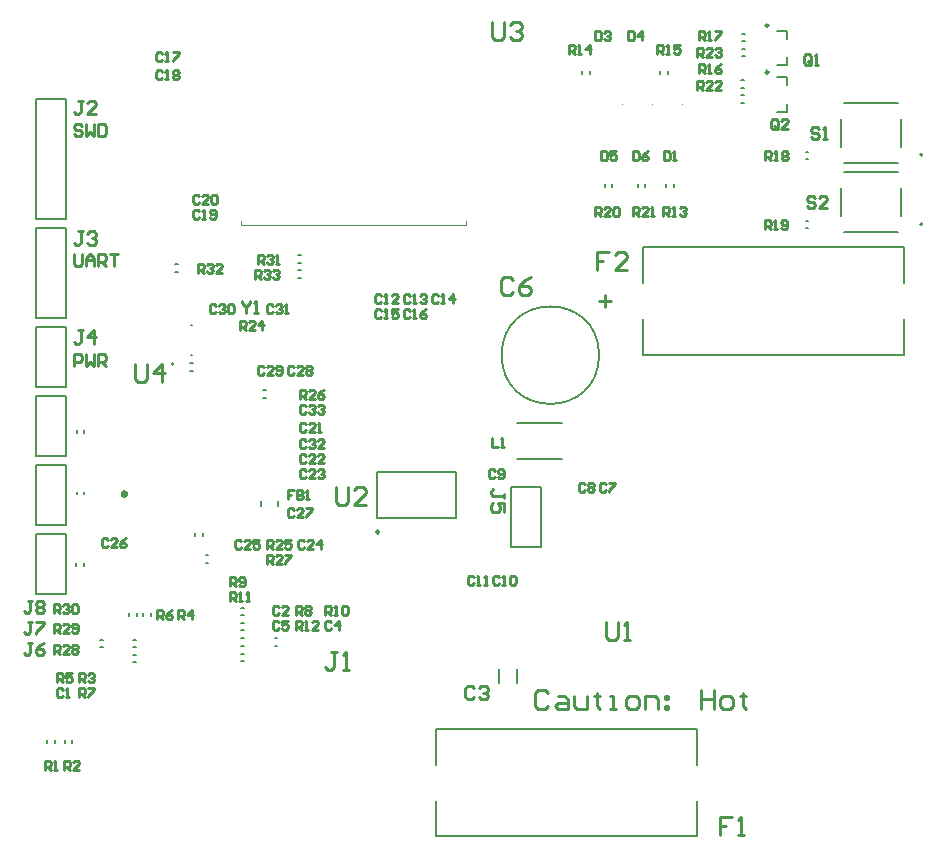
<source format=gto>
G04*
G04 #@! TF.GenerationSoftware,Altium Limited,Altium Designer,21.6.4 (81)*
G04*
G04 Layer_Color=65535*
%FSLAX25Y25*%
%MOIN*%
G70*
G04*
G04 #@! TF.SameCoordinates,467C343A-BF68-42E8-BDDD-2ABA41F160E8*
G04*
G04*
G04 #@! TF.FilePolarity,Positive*
G04*
G01*
G75*
%ADD10C,0.00394*%
%ADD11C,0.00787*%
%ADD12C,0.00984*%
%ADD13C,0.00500*%
%ADD14C,0.01000*%
G36*
X114865Y225768D02*
Y226018D01*
X114674Y226479D01*
X114321Y226832D01*
X113860Y227023D01*
X113610D01*
X113360D01*
X112899Y226832D01*
X112546Y226479D01*
X112355Y226018D01*
Y225768D01*
Y225518D01*
X112546Y225057D01*
X112899Y224704D01*
X113360Y224513D01*
X113610D01*
X113860D01*
X114321Y224704D01*
X114674Y225057D01*
X114865Y225518D01*
Y225768D01*
D01*
D02*
G37*
D10*
X279839Y355693D02*
G03*
X279839Y355693I-197J0D01*
G01*
X299909D02*
G03*
X299909Y355693I-197J0D01*
G01*
X289874D02*
G03*
X289874Y355693I-197J0D01*
G01*
X281449Y360058D02*
G03*
X281449Y360058I-197J0D01*
G01*
X271414D02*
G03*
X271414Y360058I-197J0D01*
G01*
X227567Y315291D02*
Y316866D01*
X152370Y315291D02*
X227567D01*
X152370D02*
Y316866D01*
D11*
X271850Y272000D02*
G03*
X271850Y272000I-16240J0D01*
G01*
X130063Y269134D02*
G03*
X130063Y269134I-394J0D01*
G01*
X379626Y338736D02*
G03*
X379626Y338736I-394J0D01*
G01*
Y315618D02*
G03*
X379626Y315618I-394J0D01*
G01*
X97720Y246106D02*
Y246894D01*
X100279Y246106D02*
Y246894D01*
X217496Y135504D02*
Y147413D01*
Y111587D02*
Y123496D01*
Y111587D02*
X304504D01*
Y135504D02*
Y147413D01*
Y111587D02*
Y123496D01*
X217496Y147413D02*
X304504D01*
X117692Y185122D02*
Y185909D01*
X115133Y185122D02*
Y185909D01*
X119830Y185106D02*
Y185894D01*
X122389Y185106D02*
Y185894D01*
X152606Y187779D02*
X153394D01*
X152606Y185221D02*
X153394D01*
X152606Y182780D02*
X153394D01*
X152606Y180220D02*
X153394D01*
X152606Y175024D02*
X153394D01*
X152606Y177583D02*
X153394D01*
X152606Y172476D02*
X153394D01*
X152606Y169917D02*
X153394D01*
X163854Y177583D02*
X164642D01*
X163854Y175024D02*
X164642D01*
X116606Y174630D02*
X117394D01*
X116606Y177189D02*
X117394D01*
X116606Y172205D02*
X117394D01*
X116606Y169646D02*
X117394D01*
X105606Y177189D02*
X106394D01*
X105606Y174630D02*
X106394D01*
X171606Y305279D02*
X172394D01*
X171606Y302720D02*
X172394D01*
X100205Y201878D02*
Y202665D01*
X97646Y201878D02*
Y202665D01*
X100279Y225606D02*
Y226394D01*
X97720Y225606D02*
Y226394D01*
X171606Y300279D02*
X172394D01*
X171606Y297721D02*
X172394D01*
X242500Y228000D02*
X252500D01*
Y208000D02*
Y228000D01*
X242500Y208000D02*
X252500D01*
X242500D02*
Y228000D01*
X135606Y266721D02*
X136394D01*
X135606Y269280D02*
X136394D01*
X84000Y281500D02*
X94000D01*
Y261500D02*
Y281500D01*
X84000Y261500D02*
X94000D01*
X84000D02*
Y281500D01*
X244439Y249536D02*
X259424D01*
X244439Y237307D02*
X259424D01*
X340858Y314220D02*
X341646D01*
X340858Y316779D02*
X341646D01*
X340858Y339779D02*
X341646D01*
X340858Y337221D02*
X341646D01*
X373504Y272087D02*
Y283996D01*
Y296004D02*
Y307913D01*
X286496D02*
X373504D01*
X286496Y272087D02*
Y283996D01*
Y296004D02*
Y307913D01*
Y272087D02*
X373504D01*
X224261Y217682D02*
Y233037D01*
X197883Y217682D02*
Y233037D01*
X224261D01*
X197883Y217682D02*
X224261D01*
X294220Y328106D02*
Y328894D01*
X296779Y328106D02*
Y328894D01*
X164854Y221614D02*
Y223386D01*
X159146Y221614D02*
Y223386D01*
X139779Y211819D02*
Y212606D01*
X137221Y211819D02*
Y212606D01*
X140858Y202720D02*
X141646D01*
X140858Y205279D02*
X141646D01*
X84000Y235500D02*
X94000D01*
Y215500D02*
Y235500D01*
X84000Y215500D02*
X94000D01*
X84000D02*
Y235500D01*
Y212500D02*
X94000D01*
Y192500D02*
Y212500D01*
X84000Y192500D02*
X94000D01*
X84000D02*
Y212500D01*
Y258500D02*
X94000D01*
Y238500D02*
Y258500D01*
X84000Y238500D02*
X94000D01*
X84000D02*
Y258500D01*
X159909Y260279D02*
X160697D01*
X159909Y257720D02*
X160697D01*
X319322Y358677D02*
X320110D01*
X319322Y356118D02*
X320110D01*
X319322Y361118D02*
X320110D01*
X319322Y363677D02*
X320110D01*
X319634Y376618D02*
X320421D01*
X319634Y379177D02*
X320421D01*
X331130Y364645D02*
X334338D01*
Y362047D02*
Y364645D01*
X331130Y353149D02*
X334338D01*
Y355748D01*
X319637Y374177D02*
X320425D01*
X319637Y371618D02*
X320425D01*
X331130Y380145D02*
X334338D01*
Y377547D02*
Y380145D01*
X331130Y368649D02*
X334338D01*
Y371248D01*
X84000Y357500D02*
X94000D01*
Y317500D02*
Y357500D01*
X84000Y317500D02*
Y357500D01*
Y317500D02*
X94000D01*
X96280Y142835D02*
Y143622D01*
X93721Y142835D02*
Y143622D01*
X87795Y142835D02*
Y143622D01*
X90354Y142835D02*
Y143622D01*
X244551Y162638D02*
Y167362D01*
X238449Y162638D02*
Y167362D01*
X294779Y365854D02*
Y366642D01*
X292220Y365854D02*
Y366642D01*
X268779Y365854D02*
Y366642D01*
X266220Y365854D02*
Y366642D01*
X94000Y284500D02*
Y314500D01*
X84000D02*
X94000D01*
X84000Y284500D02*
Y314500D01*
Y284500D02*
X94000D01*
X284720Y328106D02*
Y328894D01*
X287280Y328106D02*
Y328894D01*
X273721Y328106D02*
Y328894D01*
X276279Y328106D02*
Y328894D01*
X130606Y302279D02*
X131394D01*
X130606Y299721D02*
X131394D01*
D12*
X198572Y213056D02*
G03*
X198572Y213056I-492J0D01*
G01*
X328334Y366377D02*
G03*
X328334Y366377I-492J0D01*
G01*
Y381877D02*
G03*
X328334Y381877I-492J0D01*
G01*
D13*
X135685Y272079D02*
X136315D01*
X135685Y281921D02*
X136315D01*
X352461Y341472D02*
Y350764D01*
X372539Y341472D02*
Y350764D01*
X353642Y336079D02*
X371358D01*
X353642Y356157D02*
X371358D01*
X352461Y318354D02*
Y327646D01*
X372539Y318354D02*
Y327646D01*
X353642Y312961D02*
X371358D01*
X353642Y333039D02*
X371358D01*
D14*
X96751Y268500D02*
Y272499D01*
X98751D01*
X99417Y271832D01*
Y270499D01*
X98751Y269833D01*
X96751D01*
X100750Y272499D02*
Y268500D01*
X102083Y269833D01*
X103416Y268500D01*
Y272499D01*
X104749Y268500D02*
Y272499D01*
X106748D01*
X107414Y271832D01*
Y270499D01*
X106748Y269833D01*
X104749D01*
X106081D02*
X107414Y268500D01*
X96751Y305608D02*
Y302275D01*
X97418Y301609D01*
X98751D01*
X99417Y302275D01*
Y305608D01*
X100750Y301609D02*
Y304275D01*
X102083Y305608D01*
X103416Y304275D01*
Y301609D01*
Y303608D01*
X100750D01*
X104749Y301609D02*
Y305608D01*
X106748D01*
X107414Y304941D01*
Y303608D01*
X106748Y302942D01*
X104749D01*
X106081D02*
X107414Y301609D01*
X108747Y305608D02*
X111413D01*
X110080D01*
Y301609D01*
X99417Y348332D02*
X98751Y348999D01*
X97418D01*
X96751Y348332D01*
Y347666D01*
X97418Y346999D01*
X98751D01*
X99417Y346333D01*
Y345666D01*
X98751Y345000D01*
X97418D01*
X96751Y345666D01*
X100750Y348999D02*
Y345000D01*
X102083Y346333D01*
X103416Y345000D01*
Y348999D01*
X104749D02*
Y345000D01*
X106748D01*
X107414Y345666D01*
Y348332D01*
X106748Y348999D01*
X104749D01*
X254832Y159415D02*
X253749Y160498D01*
X251583D01*
X250500Y159415D01*
Y155083D01*
X251583Y154000D01*
X253749D01*
X254832Y155083D01*
X258081Y158332D02*
X260247D01*
X261330Y157249D01*
Y154000D01*
X258081D01*
X256998Y155083D01*
X258081Y156166D01*
X261330D01*
X263496Y158332D02*
Y155083D01*
X264579Y154000D01*
X267828D01*
Y158332D01*
X271077Y159415D02*
Y158332D01*
X269994D01*
X272160D01*
X271077D01*
Y155083D01*
X272160Y154000D01*
X275409D02*
X277575D01*
X276492D01*
Y158332D01*
X275409D01*
X281907Y154000D02*
X284072D01*
X285156Y155083D01*
Y157249D01*
X284072Y158332D01*
X281907D01*
X280823Y157249D01*
Y155083D01*
X281907Y154000D01*
X287321D02*
Y158332D01*
X290570D01*
X291653Y157249D01*
Y154000D01*
X293819Y158332D02*
X294902D01*
Y157249D01*
X293819D01*
Y158332D01*
Y155083D02*
X294902D01*
Y154000D01*
X293819D01*
Y155083D01*
X305732Y160498D02*
Y154000D01*
Y157249D01*
X310064D01*
Y160498D01*
Y154000D01*
X313313D02*
X315479D01*
X316562Y155083D01*
Y157249D01*
X315479Y158332D01*
X313313D01*
X312230Y157249D01*
Y155083D01*
X313313Y154000D01*
X319811Y159415D02*
Y158332D01*
X318728D01*
X320894D01*
X319811D01*
Y155083D01*
X320894Y154000D01*
X275721Y290001D02*
X271722D01*
X273721Y288001D02*
Y292000D01*
X240249Y224220D02*
Y225720D01*
Y224970D01*
X236501D01*
X235751Y225720D01*
Y226470D01*
X236501Y227219D01*
X240249Y219722D02*
Y222721D01*
X238000D01*
X238750Y221221D01*
Y220472D01*
X238000Y219722D01*
X236501D01*
X235751Y220472D01*
Y221971D01*
X236501Y222721D01*
X99750Y280249D02*
X98251D01*
X99001D01*
Y276501D01*
X98251Y275751D01*
X97501D01*
X96751Y276501D01*
X103499Y275751D02*
Y280249D01*
X101250Y278000D01*
X104249D01*
X275000Y306499D02*
X271002D01*
Y303500D01*
X273001D01*
X271002D01*
Y300501D01*
X280998D02*
X277000D01*
X280998Y304500D01*
Y305499D01*
X279999Y306499D01*
X277999D01*
X277000Y305499D01*
X316000Y117999D02*
X312001D01*
Y115000D01*
X314001D01*
X312001D01*
Y112001D01*
X317999D02*
X319999D01*
X318999D01*
Y117999D01*
X317999Y116999D01*
X293251Y318500D02*
Y321499D01*
X294751D01*
X295251Y321000D01*
Y320000D01*
X294751Y319500D01*
X293251D01*
X294251D02*
X295251Y318500D01*
X296250D02*
X297250D01*
X296750D01*
Y321499D01*
X296250Y321000D01*
X298749D02*
X299249Y321499D01*
X300249D01*
X300749Y321000D01*
Y320500D01*
X300249Y320000D01*
X299749D01*
X300249D01*
X300749Y319500D01*
Y319000D01*
X300249Y318500D01*
X299249D01*
X298749Y319000D01*
X293466Y340017D02*
Y337018D01*
X294965D01*
X295465Y337517D01*
Y339517D01*
X294965Y340017D01*
X293466D01*
X296465Y337018D02*
X297464D01*
X296965D01*
Y340017D01*
X296465Y339517D01*
X343834Y324333D02*
X343167Y324999D01*
X341834D01*
X341168Y324333D01*
Y323666D01*
X341834Y323000D01*
X343167D01*
X343834Y322334D01*
Y321667D01*
X343167Y321001D01*
X341834D01*
X341168Y321667D01*
X347832Y321001D02*
X345166D01*
X347832Y323666D01*
Y324333D01*
X347166Y324999D01*
X345833D01*
X345166Y324333D01*
X345000Y347333D02*
X344334Y347999D01*
X343001D01*
X342334Y347333D01*
Y346666D01*
X343001Y346000D01*
X344334D01*
X345000Y345334D01*
Y344667D01*
X344334Y344001D01*
X343001D01*
X342334Y344667D01*
X346333Y344001D02*
X347666D01*
X346999D01*
Y347999D01*
X346333Y347333D01*
X152834Y289999D02*
Y289333D01*
X154167Y288000D01*
X155500Y289333D01*
Y289999D01*
X154167Y288000D02*
Y286001D01*
X156833D02*
X158166D01*
X157499D01*
Y289999D01*
X156833Y289333D01*
X117002Y268999D02*
Y264001D01*
X118001Y263001D01*
X120001D01*
X121000Y264001D01*
Y268999D01*
X125999Y263001D02*
Y268999D01*
X123000Y266000D01*
X126998D01*
X236002Y382999D02*
Y378001D01*
X237001Y377001D01*
X239001D01*
X240000Y378001D01*
Y382999D01*
X242000Y381999D02*
X242999Y382999D01*
X244999D01*
X245998Y381999D01*
Y381000D01*
X244999Y380000D01*
X243999D01*
X244999D01*
X245998Y379000D01*
Y378001D01*
X244999Y377001D01*
X242999D01*
X242000Y378001D01*
X184002Y227999D02*
Y223001D01*
X185001Y222001D01*
X187001D01*
X188000Y223001D01*
Y227999D01*
X193998Y222001D02*
X190000D01*
X193998Y226000D01*
Y226999D01*
X192999Y227999D01*
X190999D01*
X190000Y226999D01*
X274001Y182999D02*
Y178001D01*
X275001Y177001D01*
X277000D01*
X278000Y178001D01*
Y182999D01*
X279999Y177001D02*
X281999D01*
X280999D01*
Y182999D01*
X279999Y181999D01*
X157001Y297500D02*
Y300500D01*
X158501D01*
X159001Y300000D01*
Y299000D01*
X158501Y298500D01*
X157001D01*
X158001D02*
X159001Y297500D01*
X160000Y300000D02*
X160500Y300500D01*
X161500D01*
X162000Y300000D01*
Y299500D01*
X161500Y299000D01*
X161000D01*
X161500D01*
X162000Y298500D01*
Y298000D01*
X161500Y297500D01*
X160500D01*
X160000Y298000D01*
X162999Y300000D02*
X163499Y300500D01*
X164499D01*
X164999Y300000D01*
Y299500D01*
X164499Y299000D01*
X163999D01*
X164499D01*
X164999Y298500D01*
Y298000D01*
X164499Y297500D01*
X163499D01*
X162999Y298000D01*
X138001Y299500D02*
Y302500D01*
X139501D01*
X140001Y302000D01*
Y301000D01*
X139501Y300500D01*
X138001D01*
X139001D02*
X140001Y299500D01*
X141000Y302000D02*
X141500Y302500D01*
X142500D01*
X143000Y302000D01*
Y301500D01*
X142500Y301000D01*
X142000D01*
X142500D01*
X143000Y300500D01*
Y300000D01*
X142500Y299500D01*
X141500D01*
X141000Y300000D01*
X145999Y299500D02*
X143999D01*
X145999Y301500D01*
Y302000D01*
X145499Y302500D01*
X144499D01*
X143999Y302000D01*
X158001Y302501D02*
Y305500D01*
X159501D01*
X160000Y305000D01*
Y304000D01*
X159501Y303500D01*
X158001D01*
X159001D02*
X160000Y302501D01*
X161000Y305000D02*
X161500Y305500D01*
X162499D01*
X162999Y305000D01*
Y304500D01*
X162499Y304000D01*
X162000D01*
X162499D01*
X162999Y303500D01*
Y303000D01*
X162499Y302501D01*
X161500D01*
X161000Y303000D01*
X163999Y302501D02*
X164999D01*
X164499D01*
Y305500D01*
X163999Y305000D01*
X90001Y186001D02*
Y188999D01*
X91501D01*
X92001Y188500D01*
Y187500D01*
X91501Y187000D01*
X90001D01*
X91001D02*
X92001Y186001D01*
X93000Y188500D02*
X93500Y188999D01*
X94500D01*
X95000Y188500D01*
Y188000D01*
X94500Y187500D01*
X94000D01*
X94500D01*
X95000Y187000D01*
Y186500D01*
X94500Y186001D01*
X93500D01*
X93000Y186500D01*
X95999Y188500D02*
X96499Y188999D01*
X97499D01*
X97999Y188500D01*
Y186500D01*
X97499Y186001D01*
X96499D01*
X95999Y186500D01*
Y188500D01*
X90001Y179500D02*
Y182500D01*
X91501D01*
X92001Y182000D01*
Y181000D01*
X91501Y180500D01*
X90001D01*
X91001D02*
X92001Y179500D01*
X95000D02*
X93000D01*
X95000Y181500D01*
Y182000D01*
X94500Y182500D01*
X93500D01*
X93000Y182000D01*
X95999Y180000D02*
X96499Y179500D01*
X97499D01*
X97999Y180000D01*
Y182000D01*
X97499Y182500D01*
X96499D01*
X95999Y182000D01*
Y181500D01*
X96499Y181000D01*
X97999D01*
X90001Y172501D02*
Y175499D01*
X91501D01*
X92001Y175000D01*
Y174000D01*
X91501Y173500D01*
X90001D01*
X91001D02*
X92001Y172501D01*
X95000D02*
X93000D01*
X95000Y174500D01*
Y175000D01*
X94500Y175499D01*
X93500D01*
X93000Y175000D01*
X95999D02*
X96499Y175499D01*
X97499D01*
X97999Y175000D01*
Y174500D01*
X97499Y174000D01*
X97999Y173500D01*
Y173000D01*
X97499Y172501D01*
X96499D01*
X95999Y173000D01*
Y173500D01*
X96499Y174000D01*
X95999Y174500D01*
Y175000D01*
X96499Y174000D02*
X97499D01*
X161001Y202501D02*
Y205500D01*
X162501D01*
X163001Y205000D01*
Y204000D01*
X162501Y203500D01*
X161001D01*
X162001D02*
X163001Y202501D01*
X166000D02*
X164000D01*
X166000Y204500D01*
Y205000D01*
X165500Y205500D01*
X164500D01*
X164000Y205000D01*
X166999Y205500D02*
X168999D01*
Y205000D01*
X166999Y203000D01*
Y202501D01*
X172072Y257501D02*
Y260500D01*
X173571D01*
X174071Y260000D01*
Y259000D01*
X173571Y258500D01*
X172072D01*
X173072D02*
X174071Y257501D01*
X177070D02*
X175071D01*
X177070Y259500D01*
Y260000D01*
X176570Y260500D01*
X175571D01*
X175071Y260000D01*
X180069Y260500D02*
X179070Y260000D01*
X178070Y259000D01*
Y258000D01*
X178570Y257501D01*
X179569D01*
X180069Y258000D01*
Y258500D01*
X179569Y259000D01*
X178070D01*
X161001Y207501D02*
Y210500D01*
X162501D01*
X163001Y210000D01*
Y209000D01*
X162501Y208500D01*
X161001D01*
X162001D02*
X163001Y207501D01*
X166000D02*
X164000D01*
X166000Y209500D01*
Y210000D01*
X165500Y210500D01*
X164500D01*
X164000Y210000D01*
X168999Y210500D02*
X166999D01*
Y209000D01*
X167999Y209500D01*
X168499D01*
X168999Y209000D01*
Y208000D01*
X168499Y207501D01*
X167499D01*
X166999Y208000D01*
X152001Y280501D02*
Y283500D01*
X153501D01*
X154001Y283000D01*
Y282000D01*
X153501Y281500D01*
X152001D01*
X153001D02*
X154001Y280501D01*
X157000D02*
X155000D01*
X157000Y282500D01*
Y283000D01*
X156500Y283500D01*
X155500D01*
X155000Y283000D01*
X159499Y280501D02*
Y283500D01*
X157999Y282000D01*
X159999D01*
X304501Y371500D02*
Y374500D01*
X306001D01*
X306501Y374000D01*
Y373000D01*
X306001Y372500D01*
X304501D01*
X305501D02*
X306501Y371500D01*
X309500D02*
X307500D01*
X309500Y373500D01*
Y374000D01*
X309000Y374500D01*
X308000D01*
X307500Y374000D01*
X310499D02*
X310999Y374500D01*
X311999D01*
X312499Y374000D01*
Y373500D01*
X311999Y373000D01*
X311499D01*
X311999D01*
X312499Y372500D01*
Y372000D01*
X311999Y371500D01*
X310999D01*
X310499Y372000D01*
X304501Y360501D02*
Y363499D01*
X306001D01*
X306501Y363000D01*
Y362000D01*
X306001Y361500D01*
X304501D01*
X305501D02*
X306501Y360501D01*
X309500D02*
X307500D01*
X309500Y362500D01*
Y363000D01*
X309000Y363499D01*
X308000D01*
X307500Y363000D01*
X312499Y360501D02*
X310499D01*
X312499Y362500D01*
Y363000D01*
X311999Y363499D01*
X310999D01*
X310499Y363000D01*
X283001Y318500D02*
Y321499D01*
X284501D01*
X285000Y321000D01*
Y320000D01*
X284501Y319500D01*
X283001D01*
X284001D02*
X285000Y318500D01*
X288000D02*
X286000D01*
X288000Y320500D01*
Y321000D01*
X287500Y321499D01*
X286500D01*
X286000Y321000D01*
X288999Y318500D02*
X289999D01*
X289499D01*
Y321499D01*
X288999Y321000D01*
X270501Y318252D02*
Y321252D01*
X272001D01*
X272501Y320752D01*
Y319752D01*
X272001Y319252D01*
X270501D01*
X271501D02*
X272501Y318252D01*
X275500D02*
X273500D01*
X275500Y320252D01*
Y320752D01*
X275000Y321252D01*
X274000D01*
X273500Y320752D01*
X276499D02*
X276999Y321252D01*
X277999D01*
X278499Y320752D01*
Y318752D01*
X277999Y318252D01*
X276999D01*
X276499Y318752D01*
Y320752D01*
X327003Y314001D02*
Y317000D01*
X328503D01*
X329002Y316500D01*
Y315500D01*
X328503Y315000D01*
X327003D01*
X328003D02*
X329002Y314001D01*
X330002D02*
X331002D01*
X330502D01*
Y317000D01*
X330002Y316500D01*
X332501Y314500D02*
X333001Y314001D01*
X334001D01*
X334501Y314500D01*
Y316500D01*
X334001Y317000D01*
X333001D01*
X332501Y316500D01*
Y316000D01*
X333001Y315500D01*
X334501D01*
X327251Y337000D02*
Y340000D01*
X328751D01*
X329251Y339500D01*
Y338500D01*
X328751Y338000D01*
X327251D01*
X328251D02*
X329251Y337000D01*
X330250D02*
X331250D01*
X330750D01*
Y340000D01*
X330250Y339500D01*
X332749D02*
X333249Y340000D01*
X334249D01*
X334749Y339500D01*
Y339000D01*
X334249Y338500D01*
X334749Y338000D01*
Y337500D01*
X334249Y337000D01*
X333249D01*
X332749Y337500D01*
Y338000D01*
X333249Y338500D01*
X332749Y339000D01*
Y339500D01*
X333249Y338500D02*
X334249D01*
X305001Y377000D02*
Y379999D01*
X306501D01*
X307000Y379500D01*
Y378500D01*
X306501Y378000D01*
X305001D01*
X306001D02*
X307000Y377000D01*
X308000D02*
X309000D01*
X308500D01*
Y379999D01*
X308000Y379500D01*
X310499Y379999D02*
X312499D01*
Y379500D01*
X310499Y377500D01*
Y377000D01*
X305001Y366001D02*
Y369000D01*
X306501D01*
X307000Y368500D01*
Y367500D01*
X306501Y367000D01*
X305001D01*
X306001D02*
X307000Y366001D01*
X308000D02*
X309000D01*
X308500D01*
Y369000D01*
X308000Y368500D01*
X312499Y369000D02*
X311499Y368500D01*
X310499Y367500D01*
Y366500D01*
X310999Y366001D01*
X311999D01*
X312499Y366500D01*
Y367000D01*
X311999Y367500D01*
X310499D01*
X291251Y372500D02*
Y375500D01*
X292751D01*
X293251Y375000D01*
Y374000D01*
X292751Y373500D01*
X291251D01*
X292251D02*
X293251Y372500D01*
X294250D02*
X295250D01*
X294750D01*
Y375500D01*
X294250Y375000D01*
X298749Y375500D02*
X296749D01*
Y374000D01*
X297749Y374500D01*
X298249D01*
X298749Y374000D01*
Y373000D01*
X298249Y372500D01*
X297249D01*
X296749Y373000D01*
X261751Y372500D02*
Y375500D01*
X263251D01*
X263751Y375000D01*
Y374000D01*
X263251Y373500D01*
X261751D01*
X262751D02*
X263751Y372500D01*
X264750D02*
X265750D01*
X265250D01*
Y375500D01*
X264750Y375000D01*
X268749Y372500D02*
Y375500D01*
X267249Y374000D01*
X269249D01*
X170751Y180500D02*
Y183500D01*
X172251D01*
X172751Y183000D01*
Y182000D01*
X172251Y181500D01*
X170751D01*
X171751D02*
X172751Y180500D01*
X173750D02*
X174750D01*
X174250D01*
Y183500D01*
X173750Y183000D01*
X178249Y180500D02*
X176249D01*
X178249Y182500D01*
Y183000D01*
X177749Y183500D01*
X176749D01*
X176249Y183000D01*
X148751Y190000D02*
Y192999D01*
X150251D01*
X150750Y192500D01*
Y191500D01*
X150251Y191000D01*
X148751D01*
X149751D02*
X150750Y190000D01*
X151750D02*
X152750D01*
X152250D01*
Y192999D01*
X151750Y192500D01*
X154249Y190000D02*
X155249D01*
X154749D01*
Y192999D01*
X154249Y192500D01*
X180501Y185501D02*
Y188499D01*
X182000D01*
X182500Y188000D01*
Y187000D01*
X182000Y186500D01*
X180501D01*
X181500D02*
X182500Y185501D01*
X183500D02*
X184500D01*
X184000D01*
Y188499D01*
X183500Y188000D01*
X185999D02*
X186499Y188499D01*
X187499D01*
X187998Y188000D01*
Y186000D01*
X187499Y185501D01*
X186499D01*
X185999Y186000D01*
Y188000D01*
X148751Y195001D02*
Y198000D01*
X150251D01*
X150750Y197500D01*
Y196500D01*
X150251Y196000D01*
X148751D01*
X149751D02*
X150750Y195001D01*
X151750Y195500D02*
X152250Y195001D01*
X153250D01*
X153749Y195500D01*
Y197500D01*
X153250Y198000D01*
X152250D01*
X151750Y197500D01*
Y197000D01*
X152250Y196500D01*
X153749D01*
X170751Y185501D02*
Y188499D01*
X172251D01*
X172751Y188000D01*
Y187000D01*
X172251Y186500D01*
X170751D01*
X171751D02*
X172751Y185501D01*
X173750Y188000D02*
X174250Y188499D01*
X175250D01*
X175750Y188000D01*
Y187500D01*
X175250Y187000D01*
X175750Y186500D01*
Y186000D01*
X175250Y185501D01*
X174250D01*
X173750Y186000D01*
Y186500D01*
X174250Y187000D01*
X173750Y187500D01*
Y188000D01*
X174250Y187000D02*
X175250D01*
X98501Y158001D02*
Y161000D01*
X100000D01*
X100500Y160500D01*
Y159500D01*
X100000Y159000D01*
X98501D01*
X99501D02*
X100500Y158001D01*
X101500Y161000D02*
X103499D01*
Y160500D01*
X101500Y158500D01*
Y158001D01*
X124611Y184001D02*
Y186999D01*
X126110D01*
X126610Y186500D01*
Y185500D01*
X126110Y185000D01*
X124611D01*
X125610D02*
X126610Y184001D01*
X129609Y186999D02*
X128609Y186500D01*
X127610Y185500D01*
Y184500D01*
X128110Y184001D01*
X129109D01*
X129609Y184500D01*
Y185000D01*
X129109Y185500D01*
X127610D01*
X91001Y163001D02*
Y165999D01*
X92500D01*
X93000Y165500D01*
Y164500D01*
X92500Y164000D01*
X91001D01*
X92000D02*
X93000Y163001D01*
X95999Y165999D02*
X94000D01*
Y164500D01*
X94999Y165000D01*
X95499D01*
X95999Y164500D01*
Y163500D01*
X95499Y163001D01*
X94499D01*
X94000Y163500D01*
X131611Y184001D02*
Y186999D01*
X133110D01*
X133610Y186500D01*
Y185500D01*
X133110Y185000D01*
X131611D01*
X132610D02*
X133610Y184001D01*
X136109D02*
Y186999D01*
X134610Y185500D01*
X136609D01*
X98501Y163001D02*
Y165999D01*
X100000D01*
X100500Y165500D01*
Y164500D01*
X100000Y164000D01*
X98501D01*
X99501D02*
X100500Y163001D01*
X101500Y165500D02*
X102000Y165999D01*
X102999D01*
X103499Y165500D01*
Y165000D01*
X102999Y164500D01*
X102499D01*
X102999D01*
X103499Y164000D01*
Y163500D01*
X102999Y163001D01*
X102000D01*
X101500Y163500D01*
X93576Y133729D02*
Y136728D01*
X95075D01*
X95575Y136228D01*
Y135228D01*
X95075Y134729D01*
X93576D01*
X94575D02*
X95575Y133729D01*
X98574D02*
X96575D01*
X98574Y135728D01*
Y136228D01*
X98074Y136728D01*
X97075D01*
X96575Y136228D01*
X87076Y133729D02*
Y136728D01*
X88575D01*
X89075Y136228D01*
Y135228D01*
X88575Y134729D01*
X87076D01*
X88075D02*
X89075Y133729D01*
X90074D02*
X91074D01*
X90574D01*
Y136728D01*
X90074Y136228D01*
X331417Y347834D02*
Y350166D01*
X330834Y350749D01*
X329667D01*
X329084Y350166D01*
Y347834D01*
X329667Y347251D01*
X330834D01*
X330251Y348417D02*
X331417Y347251D01*
X330834D02*
X331417Y347834D01*
X334916Y347251D02*
X332583D01*
X334916Y349583D01*
Y350166D01*
X334333Y350749D01*
X333166D01*
X332583Y350166D01*
X342500Y369334D02*
Y371666D01*
X341917Y372249D01*
X340751D01*
X340167Y371666D01*
Y369334D01*
X340751Y368751D01*
X341917D01*
X341334Y369917D02*
X342500Y368751D01*
X341917D02*
X342500Y369334D01*
X343666Y368751D02*
X344833D01*
X344249D01*
Y372249D01*
X343666Y371666D01*
X236001Y244499D02*
Y241500D01*
X238000D01*
X239000D02*
X239999D01*
X239499D01*
Y244499D01*
X239000Y244000D01*
X82833Y189997D02*
X81501D01*
X82167D01*
Y186664D01*
X81501Y185998D01*
X80834D01*
X80168Y186664D01*
X84166Y189330D02*
X84833Y189997D01*
X86166D01*
X86832Y189330D01*
Y188664D01*
X86166Y187997D01*
X86832Y187331D01*
Y186664D01*
X86166Y185998D01*
X84833D01*
X84166Y186664D01*
Y187331D01*
X84833Y187997D01*
X84166Y188664D01*
Y189330D01*
X84833Y187997D02*
X86166D01*
X82833Y182998D02*
X81501D01*
X82167D01*
Y179666D01*
X81501Y178999D01*
X80834D01*
X80168Y179666D01*
X84166Y182998D02*
X86832D01*
Y182332D01*
X84166Y179666D01*
Y178999D01*
X82834Y175999D02*
X81501Y175999D01*
X82167Y175999D01*
X82167Y172667D01*
X81501Y172001D01*
X80834Y172001D01*
X80168Y172667D01*
X86832Y175999D02*
X85499Y175333D01*
X84167Y174000D01*
X84166Y172667D01*
X84833Y172001D01*
X86166Y172001D01*
X86832Y172667D01*
X86832Y173334D01*
X86166Y174000D01*
X84167Y174000D01*
X99750Y313249D02*
X98251D01*
X99001D01*
Y309501D01*
X98251Y308751D01*
X97501D01*
X96751Y309501D01*
X101250Y312499D02*
X101999Y313249D01*
X103499D01*
X104249Y312499D01*
Y311750D01*
X103499Y311000D01*
X102749D01*
X103499D01*
X104249Y310250D01*
Y309501D01*
X103499Y308751D01*
X101999D01*
X101250Y309501D01*
X99750Y356749D02*
X98251D01*
X99001D01*
Y353000D01*
X98251Y352251D01*
X97501D01*
X96751Y353000D01*
X104249Y352251D02*
X101250D01*
X104249Y355250D01*
Y355999D01*
X103499Y356749D01*
X101999D01*
X101250Y355999D01*
X184500Y172999D02*
X182501D01*
X183500D01*
Y168001D01*
X182501Y167001D01*
X181501D01*
X180501Y168001D01*
X186499Y167001D02*
X188499D01*
X187499D01*
Y172999D01*
X186499Y171999D01*
X170001Y226999D02*
X168001D01*
Y225500D01*
X169001D01*
X168001D01*
Y224001D01*
X171000Y226999D02*
Y224001D01*
X172500D01*
X173000Y224500D01*
Y225000D01*
X172500Y225500D01*
X171000D01*
X172500D01*
X173000Y226000D01*
Y226500D01*
X172500Y226999D01*
X171000D01*
X173999Y224001D02*
X174999D01*
X174499D01*
Y226999D01*
X173999Y226500D01*
X283001Y340017D02*
Y337018D01*
X284500D01*
X285000Y337517D01*
Y339517D01*
X284500Y340017D01*
X283001D01*
X287999D02*
X287000Y339517D01*
X286000Y338517D01*
Y337517D01*
X286500Y337018D01*
X287499D01*
X287999Y337517D01*
Y338017D01*
X287499Y338517D01*
X286000D01*
X272501Y340017D02*
Y337018D01*
X274000D01*
X274500Y337517D01*
Y339517D01*
X274000Y340017D01*
X272501D01*
X277499D02*
X275500D01*
Y338517D01*
X276500Y339017D01*
X276999D01*
X277499Y338517D01*
Y337517D01*
X276999Y337018D01*
X276000D01*
X275500Y337517D01*
X281501Y379999D02*
Y377000D01*
X283000D01*
X283500Y377500D01*
Y379500D01*
X283000Y379999D01*
X281501D01*
X285999Y377000D02*
Y379999D01*
X284500Y378500D01*
X286499D01*
X270501Y379999D02*
Y377000D01*
X272000D01*
X272500Y377500D01*
Y379500D01*
X272000Y379999D01*
X270501D01*
X273500Y379500D02*
X274000Y379999D01*
X274999D01*
X275499Y379500D01*
Y379000D01*
X274999Y378500D01*
X274500D01*
X274999D01*
X275499Y378000D01*
Y377500D01*
X274999Y377000D01*
X274000D01*
X273500Y377500D01*
X174071Y255000D02*
X173571Y255500D01*
X172572D01*
X172072Y255000D01*
Y253000D01*
X172572Y252501D01*
X173571D01*
X174071Y253000D01*
X175071Y255000D02*
X175571Y255500D01*
X176570D01*
X177070Y255000D01*
Y254500D01*
X176570Y254000D01*
X176071D01*
X176570D01*
X177070Y253500D01*
Y253000D01*
X176570Y252501D01*
X175571D01*
X175071Y253000D01*
X178070Y255000D02*
X178570Y255500D01*
X179569D01*
X180069Y255000D01*
Y254500D01*
X179569Y254000D01*
X179070D01*
X179569D01*
X180069Y253500D01*
Y253000D01*
X179569Y252501D01*
X178570D01*
X178070Y253000D01*
X174071Y243500D02*
X173571Y244000D01*
X172572D01*
X172072Y243500D01*
Y241500D01*
X172572Y241001D01*
X173571D01*
X174071Y241500D01*
X175071Y243500D02*
X175571Y244000D01*
X176570D01*
X177070Y243500D01*
Y243000D01*
X176570Y242500D01*
X176071D01*
X176570D01*
X177070Y242000D01*
Y241500D01*
X176570Y241001D01*
X175571D01*
X175071Y241500D01*
X180069Y241001D02*
X178070D01*
X180069Y243000D01*
Y243500D01*
X179569Y244000D01*
X178570D01*
X178070Y243500D01*
X163001Y288500D02*
X162501Y289000D01*
X161501D01*
X161001Y288500D01*
Y286500D01*
X161501Y286000D01*
X162501D01*
X163001Y286500D01*
X164000Y288500D02*
X164500Y289000D01*
X165500D01*
X165999Y288500D01*
Y288000D01*
X165500Y287500D01*
X165000D01*
X165500D01*
X165999Y287000D01*
Y286500D01*
X165500Y286000D01*
X164500D01*
X164000Y286500D01*
X166999Y286000D02*
X167999D01*
X167499D01*
Y289000D01*
X166999Y288500D01*
X144001D02*
X143501Y289000D01*
X142501D01*
X142001Y288500D01*
Y286500D01*
X142501Y286000D01*
X143501D01*
X144001Y286500D01*
X145000Y288500D02*
X145500Y289000D01*
X146500D01*
X147000Y288500D01*
Y288000D01*
X146500Y287500D01*
X146000D01*
X146500D01*
X147000Y287000D01*
Y286500D01*
X146500Y286000D01*
X145500D01*
X145000Y286500D01*
X147999Y288500D02*
X148499Y289000D01*
X149499D01*
X149999Y288500D01*
Y286500D01*
X149499Y286000D01*
X148499D01*
X147999Y286500D01*
Y288500D01*
X160001Y268000D02*
X159501Y268499D01*
X158501D01*
X158001Y268000D01*
Y266000D01*
X158501Y265500D01*
X159501D01*
X160001Y266000D01*
X163000Y265500D02*
X161000D01*
X163000Y267500D01*
Y268000D01*
X162500Y268499D01*
X161500D01*
X161000Y268000D01*
X163999Y266000D02*
X164499Y265500D01*
X165499D01*
X165999Y266000D01*
Y268000D01*
X165499Y268499D01*
X164499D01*
X163999Y268000D01*
Y267500D01*
X164499Y267000D01*
X165999D01*
X170001Y268000D02*
X169501Y268499D01*
X168501D01*
X168001Y268000D01*
Y266000D01*
X168501Y265500D01*
X169501D01*
X170001Y266000D01*
X173000Y265500D02*
X171000D01*
X173000Y267500D01*
Y268000D01*
X172500Y268499D01*
X171500D01*
X171000Y268000D01*
X173999D02*
X174499Y268499D01*
X175499D01*
X175999Y268000D01*
Y267500D01*
X175499Y267000D01*
X175999Y266500D01*
Y266000D01*
X175499Y265500D01*
X174499D01*
X173999Y266000D01*
Y266500D01*
X174499Y267000D01*
X173999Y267500D01*
Y268000D01*
X174499Y267000D02*
X175499D01*
X170001Y220500D02*
X169501Y221000D01*
X168501D01*
X168001Y220500D01*
Y218500D01*
X168501Y218001D01*
X169501D01*
X170001Y218500D01*
X173000Y218001D02*
X171000D01*
X173000Y220000D01*
Y220500D01*
X172500Y221000D01*
X171500D01*
X171000Y220500D01*
X173999Y221000D02*
X175999D01*
Y220500D01*
X173999Y218500D01*
Y218001D01*
X108001Y210500D02*
X107501Y210999D01*
X106501D01*
X106001Y210500D01*
Y208500D01*
X106501Y208000D01*
X107501D01*
X108001Y208500D01*
X111000Y208000D02*
X109000D01*
X111000Y210000D01*
Y210500D01*
X110500Y210999D01*
X109500D01*
X109000Y210500D01*
X113999Y210999D02*
X112999Y210500D01*
X111999Y209500D01*
Y208500D01*
X112499Y208000D01*
X113499D01*
X113999Y208500D01*
Y209000D01*
X113499Y209500D01*
X111999D01*
X152501Y210000D02*
X152001Y210500D01*
X151001D01*
X150501Y210000D01*
Y208000D01*
X151001Y207501D01*
X152001D01*
X152501Y208000D01*
X155500Y207501D02*
X153500D01*
X155500Y209500D01*
Y210000D01*
X155000Y210500D01*
X154000D01*
X153500Y210000D01*
X158499Y210500D02*
X156499D01*
Y209000D01*
X157499Y209500D01*
X157999D01*
X158499Y209000D01*
Y208000D01*
X157999Y207501D01*
X156999D01*
X156499Y208000D01*
X173501Y210000D02*
X173001Y210500D01*
X172001D01*
X171501Y210000D01*
Y208000D01*
X172001Y207501D01*
X173001D01*
X173501Y208000D01*
X176500Y207501D02*
X174500D01*
X176500Y209500D01*
Y210000D01*
X176000Y210500D01*
X175000D01*
X174500Y210000D01*
X178999Y207501D02*
Y210500D01*
X177499Y209000D01*
X179499D01*
X174071Y233500D02*
X173571Y233999D01*
X172572D01*
X172072Y233500D01*
Y231500D01*
X172572Y231000D01*
X173571D01*
X174071Y231500D01*
X177070Y231000D02*
X175071D01*
X177070Y233000D01*
Y233500D01*
X176570Y233999D01*
X175571D01*
X175071Y233500D01*
X178070D02*
X178570Y233999D01*
X179569D01*
X180069Y233500D01*
Y233000D01*
X179569Y232500D01*
X179070D01*
X179569D01*
X180069Y232000D01*
Y231500D01*
X179569Y231000D01*
X178570D01*
X178070Y231500D01*
X174071Y238500D02*
X173571Y239000D01*
X172572D01*
X172072Y238500D01*
Y236500D01*
X172572Y236000D01*
X173571D01*
X174071Y236500D01*
X177070Y236000D02*
X175071D01*
X177070Y238000D01*
Y238500D01*
X176570Y239000D01*
X175571D01*
X175071Y238500D01*
X180069Y236000D02*
X178070D01*
X180069Y238000D01*
Y238500D01*
X179569Y239000D01*
X178570D01*
X178070Y238500D01*
X174071Y248960D02*
X173571Y249460D01*
X172572D01*
X172072Y248960D01*
Y246960D01*
X172572Y246461D01*
X173571D01*
X174071Y246960D01*
X177070Y246461D02*
X175071D01*
X177070Y248460D01*
Y248960D01*
X176570Y249460D01*
X175571D01*
X175071Y248960D01*
X178070Y246461D02*
X179070D01*
X178570D01*
Y249460D01*
X178070Y248960D01*
X138501Y325000D02*
X138001Y325500D01*
X137001D01*
X136501Y325000D01*
Y323000D01*
X137001Y322500D01*
X138001D01*
X138501Y323000D01*
X141500Y322500D02*
X139500D01*
X141500Y324500D01*
Y325000D01*
X141000Y325500D01*
X140000D01*
X139500Y325000D01*
X142499D02*
X142999Y325500D01*
X143999D01*
X144499Y325000D01*
Y323000D01*
X143999Y322500D01*
X142999D01*
X142499Y323000D01*
Y325000D01*
X138501Y320000D02*
X138001Y320499D01*
X137001D01*
X136501Y320000D01*
Y318000D01*
X137001Y317500D01*
X138001D01*
X138501Y318000D01*
X139500Y317500D02*
X140500D01*
X140000D01*
Y320499D01*
X139500Y320000D01*
X141999Y318000D02*
X142499Y317500D01*
X143499D01*
X143999Y318000D01*
Y320000D01*
X143499Y320499D01*
X142499D01*
X141999Y320000D01*
Y319500D01*
X142499Y319000D01*
X143999D01*
X126235Y366500D02*
X125735Y367000D01*
X124735D01*
X124235Y366500D01*
Y364500D01*
X124735Y364001D01*
X125735D01*
X126235Y364500D01*
X127234Y364001D02*
X128234D01*
X127734D01*
Y367000D01*
X127234Y366500D01*
X129734D02*
X130234Y367000D01*
X131233D01*
X131733Y366500D01*
Y366000D01*
X131233Y365500D01*
X131733Y365000D01*
Y364500D01*
X131233Y364001D01*
X130234D01*
X129734Y364500D01*
Y365000D01*
X130234Y365500D01*
X129734Y366000D01*
Y366500D01*
X130234Y365500D02*
X131233D01*
X126235Y372500D02*
X125735Y373000D01*
X124735D01*
X124235Y372500D01*
Y370500D01*
X124735Y370001D01*
X125735D01*
X126235Y370500D01*
X127234Y370001D02*
X128234D01*
X127734D01*
Y373000D01*
X127234Y372500D01*
X129734Y373000D02*
X131733D01*
Y372500D01*
X129734Y370500D01*
Y370001D01*
X208822Y286725D02*
X208323Y287225D01*
X207323D01*
X206823Y286725D01*
Y284726D01*
X207323Y284226D01*
X208323D01*
X208822Y284726D01*
X209822Y284226D02*
X210822D01*
X210322D01*
Y287225D01*
X209822Y286725D01*
X214321Y287225D02*
X213321Y286725D01*
X212321Y285726D01*
Y284726D01*
X212821Y284226D01*
X213821D01*
X214321Y284726D01*
Y285226D01*
X213821Y285726D01*
X212321D01*
X199322Y286725D02*
X198823Y287225D01*
X197823D01*
X197323Y286725D01*
Y284726D01*
X197823Y284226D01*
X198823D01*
X199322Y284726D01*
X200322Y284226D02*
X201322D01*
X200822D01*
Y287225D01*
X200322Y286725D01*
X204821Y287225D02*
X202821D01*
Y285726D01*
X203821Y286226D01*
X204321D01*
X204821Y285726D01*
Y284726D01*
X204321Y284226D01*
X203321D01*
X202821Y284726D01*
X218322Y291725D02*
X217823Y292225D01*
X216823D01*
X216323Y291725D01*
Y289726D01*
X216823Y289226D01*
X217823D01*
X218322Y289726D01*
X219322Y289226D02*
X220322D01*
X219822D01*
Y292225D01*
X219322Y291725D01*
X223321Y289226D02*
Y292225D01*
X221821Y290726D01*
X223821D01*
X208822Y291725D02*
X208323Y292225D01*
X207323D01*
X206823Y291725D01*
Y289726D01*
X207323Y289226D01*
X208323D01*
X208822Y289726D01*
X209822Y289226D02*
X210822D01*
X210322D01*
Y292225D01*
X209822Y291725D01*
X212321D02*
X212821Y292225D01*
X213821D01*
X214321Y291725D01*
Y291226D01*
X213821Y290726D01*
X213321D01*
X213821D01*
X214321Y290226D01*
Y289726D01*
X213821Y289226D01*
X212821D01*
X212321Y289726D01*
X199322Y291725D02*
X198823Y292225D01*
X197823D01*
X197323Y291725D01*
Y289726D01*
X197823Y289226D01*
X198823D01*
X199322Y289726D01*
X200322Y289226D02*
X201322D01*
X200822D01*
Y292225D01*
X200322Y291725D01*
X204821Y289226D02*
X202821D01*
X204821Y291226D01*
Y291725D01*
X204321Y292225D01*
X203321D01*
X202821Y291725D01*
X230022Y198031D02*
X229522Y198531D01*
X228522D01*
X228023Y198031D01*
Y196032D01*
X228522Y195532D01*
X229522D01*
X230022Y196032D01*
X231022Y195532D02*
X232021D01*
X231522D01*
Y198531D01*
X231022Y198031D01*
X233521Y195532D02*
X234521D01*
X234021D01*
Y198531D01*
X233521Y198031D01*
X238522D02*
X238022Y198531D01*
X237023D01*
X236523Y198031D01*
Y196032D01*
X237023Y195532D01*
X238022D01*
X238522Y196032D01*
X239522Y195532D02*
X240522D01*
X240022D01*
Y198531D01*
X239522Y198031D01*
X242021D02*
X242521Y198531D01*
X243521D01*
X244020Y198031D01*
Y196032D01*
X243521Y195532D01*
X242521D01*
X242021Y196032D01*
Y198031D01*
X237000Y233500D02*
X236501Y233999D01*
X235501D01*
X235001Y233500D01*
Y231500D01*
X235501Y231000D01*
X236501D01*
X237000Y231500D01*
X238000D02*
X238500Y231000D01*
X239499D01*
X239999Y231500D01*
Y233500D01*
X239499Y233999D01*
X238500D01*
X238000Y233500D01*
Y233000D01*
X238500Y232500D01*
X239999D01*
X267000Y229000D02*
X266500Y229500D01*
X265501D01*
X265001Y229000D01*
Y227000D01*
X265501Y226501D01*
X266500D01*
X267000Y227000D01*
X268000Y229000D02*
X268500Y229500D01*
X269499D01*
X269999Y229000D01*
Y228500D01*
X269499Y228000D01*
X269999Y227500D01*
Y227000D01*
X269499Y226501D01*
X268500D01*
X268000Y227000D01*
Y227500D01*
X268500Y228000D01*
X268000Y228500D01*
Y229000D01*
X268500Y228000D02*
X269499D01*
X274000Y229000D02*
X273500Y229500D01*
X272501D01*
X272001Y229000D01*
Y227000D01*
X272501Y226501D01*
X273500D01*
X274000Y227000D01*
X275000Y229500D02*
X276999D01*
Y229000D01*
X275000Y227000D01*
Y226501D01*
X243000Y296999D02*
X242001Y297999D01*
X240001D01*
X239002Y296999D01*
Y293001D01*
X240001Y292001D01*
X242001D01*
X243000Y293001D01*
X248998Y297999D02*
X246999Y296999D01*
X245000Y295000D01*
Y293001D01*
X245999Y292001D01*
X247999D01*
X248998Y293001D01*
Y294000D01*
X247999Y295000D01*
X245000D01*
X165000Y183000D02*
X164500Y183500D01*
X163501D01*
X163001Y183000D01*
Y181000D01*
X163501Y180500D01*
X164500D01*
X165000Y181000D01*
X167999Y183500D02*
X166000D01*
Y182000D01*
X166999Y182500D01*
X167499D01*
X167999Y182000D01*
Y181000D01*
X167499Y180500D01*
X166500D01*
X166000Y181000D01*
X182500Y183000D02*
X182000Y183500D01*
X181001D01*
X180501Y183000D01*
Y181000D01*
X181001Y180500D01*
X182000D01*
X182500Y181000D01*
X184999Y180500D02*
Y183500D01*
X183500Y182000D01*
X185499D01*
X230250Y161000D02*
X229501Y161749D01*
X228001D01*
X227251Y161000D01*
Y158001D01*
X228001Y157251D01*
X229501D01*
X230250Y158001D01*
X231750Y161000D02*
X232500Y161749D01*
X233999D01*
X234749Y161000D01*
Y160250D01*
X233999Y159500D01*
X233249D01*
X233999D01*
X234749Y158750D01*
Y158001D01*
X233999Y157251D01*
X232500D01*
X231750Y158001D01*
X165000Y188000D02*
X164500Y188499D01*
X163501D01*
X163001Y188000D01*
Y186000D01*
X163501Y185501D01*
X164500D01*
X165000Y186000D01*
X167999Y185501D02*
X166000D01*
X167999Y187500D01*
Y188000D01*
X167499Y188499D01*
X166500D01*
X166000Y188000D01*
X93000Y160500D02*
X92500Y161000D01*
X91501D01*
X91001Y160500D01*
Y158500D01*
X91501Y158001D01*
X92500D01*
X93000Y158500D01*
X94000Y158001D02*
X94999D01*
X94499D01*
Y161000D01*
X94000Y160500D01*
M02*

</source>
